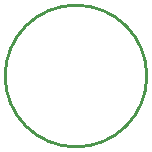
<source format=gbr>
G04 Layer_Color=16711935*
%FSLAX25Y25*%
%MOIN*%
%TF.FileFunction,Keep-out*%
%TF.Part,Single*%
G01*
G75*
%ADD14C,0.01000*%
D14*
X377953Y354331D02*
G03*
X377953Y354331I-23622J0D01*
G01*
%TF.MD5,DBC2006A0BC1578EF9749BC384EABA91*%
M02*

</source>
